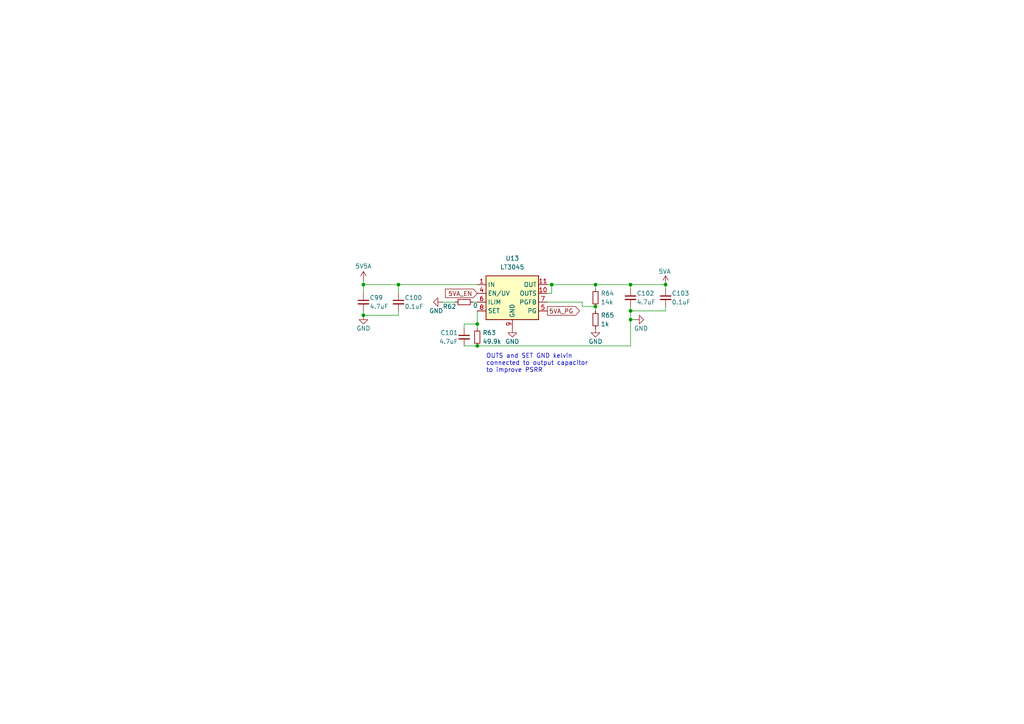
<source format=kicad_sch>
(kicad_sch (version 20250114) (generator "eeschema") (generator_version "9.0")
  (paper "A4")
  (lib_symbols
    (symbol "Device:C_Small" (pin_numbers (hide yes)) (pin_names (offset 0.254) (hide yes))
      (property "Reference" "C" (at 0.254 1.778 0))
      (property "Value" "C_Small" (at 0.254 -2.032 0))
      (symbol "C_Small_0_1"
        (polyline (pts (xy -1.524 0.508) (xy 1.524 0.508)) (stroke (width 0.3048)))
        (polyline (pts (xy -1.524 -0.508) (xy 1.524 -0.508)) (stroke (width 0.3302)))
      )
      (symbol "C_Small_1_1"
        (pin passive line (at 0 2.54 270) (length 2.032) (name "~") (number "1"))
        (pin passive line (at 0 -2.54 90) (length 2.032) (name "~") (number "2"))
      )
    )
    (symbol "Device:R_Small" (pin_numbers (hide yes)) (pin_names (offset 0.254) (hide yes))
      (property "Reference" "R" (at 0.762 0.508 0))
      (property "Value" "R_Small" (at 0.762 -1.016 0))
      (symbol "R_Small_0_1"
        (rectangle (start -0.762 1.778) (end 0.762 -1.778) (stroke (width 0.2032)))
      )
      (symbol "R_Small_1_1"
        (pin passive line (at 0 2.54 270) (length 0.762) (name "~") (number "1"))
        (pin passive line (at 0 -2.54 90) (length 0.762) (name "~") (number "2"))
      )
    )
    (symbol "Regulator_Linear:LT3045xMSE"
      (property "Reference" "U" (at -6.35 6.35 0))
      (property "Value" "LT3045xMSE" (at 1.27 6.35 0))
      (symbol "LT3045xMSE_0_1"
        (rectangle (start -7.62 5.08) (end 7.62 -7.62) (stroke (width 0.254)) (fill (type background)))
      )
      (symbol "LT3045xMSE_1_1"
        (pin power_in line (at -10.16 2.54 0) (length 2.54) (name "IN") (number "1"))
        (pin passive line (at -10.16 2.54 0) (length 2.54) (hide yes) (name "IN") (number "2"))
        (pin passive line (at -10.16 2.54 0) (length 2.54) (hide yes) (name "IN") (number "3"))
        (pin input line (at -10.16 0 0) (length 2.54) (name "EN/UV") (number "4"))
        (pin passive line (at -10.16 -2.54 0) (length 2.54) (name "ILIM") (number "6"))
        (pin passive line (at -10.16 -5.08 0) (length 2.54) (name "SET") (number "8"))
        (pin passive line (at 0 -10.16 90) (length 2.54) (hide yes) (name "GND") (number "13"))
        (pin power_in line (at 0 -10.16 90) (length 2.54) (name "GND") (number "9"))
        (pin power_out line (at 10.16 2.54 180) (length 2.54) (name "OUT") (number "11"))
        (pin passive line (at 10.16 2.54 180) (length 2.54) (hide yes) (name "OUT") (number "12"))
        (pin input line (at 10.16 0 180) (length 2.54) (name "OUTS") (number "10"))
        (pin input line (at 10.16 -2.54 180) (length 2.54) (name "PGFB") (number "7"))
        (pin open_collector line (at 10.16 -5.08 180) (length 2.54) (name "PG") (number "5"))
      )
    )
    (symbol "power:+12V" (power) (pin_numbers (hide yes)) (pin_names (offset 0) (hide yes))
      (property "Value" "+12V" (at 0 3.556 0))
      (symbol "+12V_0_1"
        (polyline (pts (xy -0.762 1.27) (xy 0 2.54)))
        (polyline (pts (xy 0 2.54) (xy 0.762 1.27)))
        (polyline (pts (xy 0 0) (xy 0 2.54)))
      )
      (symbol "+12V_1_1"
        (pin power_in line (at 0 0 90) (length 0) (name "~") (number "1"))
      )
    )
    (symbol "power:GND" (power) (pin_numbers (hide yes)) (pin_names (offset 0) (hide yes))
      (property "Value" "GND" (at 0 -3.81 0))
      (symbol "GND_0_1"
        (polyline (pts (xy 0 0) (xy 0 -1.27) (xy 1.27 -1.27) (xy 0 -2.54) (xy -1.27 -1.27) (xy 0 -1.27)))
      )
      (symbol "GND_1_1"
        (pin power_in line (at 0 0 270) (length 0) (name "~") (number "1"))
      )
    )
  )
  (text "OUTS and SET GND kelvin \nconnected to output capacitor\nto improve PSRR" (at 140.97 105.41 0) (effects (font (size 1.27 1.27)) (justify left)))
  (junction (at 182.88 82.55))
  (junction (at 182.88 90.17))
  (junction (at 105.41 91.44))
  (junction (at 172.72 82.55))
  (junction (at 138.43 93.98))
  (junction (at 115.57 82.55))
  (junction (at 160.02 82.55))
  (junction (at 172.72 88.9))
  (junction (at 182.88 92.71))
  (junction (at 105.41 82.55))
  (junction (at 138.43 100.33))
  (junction (at 193.04 82.55))
  (wire (pts (xy 115.57 85.09) (xy 115.57 82.55)))
  (wire (pts (xy 182.88 88.9) (xy 182.88 90.17)))
  (wire (pts (xy 132.08 87.63) (xy 128.27 87.63)))
  (wire (pts (xy 168.91 88.9) (xy 172.72 88.9)))
  (wire (pts (xy 137.16 87.63) (xy 138.43 87.63)))
  (wire (pts (xy 168.91 87.63) (xy 168.91 88.9)))
  (wire (pts (xy 160.02 85.09) (xy 160.02 82.55)))
  (wire (pts (xy 193.04 82.55) (xy 193.04 83.82)))
  (wire (pts (xy 105.41 91.44) (xy 115.57 91.44)))
  (wire (pts (xy 138.43 100.33) (xy 182.88 100.33)))
  (wire (pts (xy 182.88 83.82) (xy 182.88 82.55)))
  (wire (pts (xy 172.72 90.17) (xy 172.72 88.9)))
  (wire (pts (xy 182.88 100.33) (xy 182.88 92.71)))
  (wire (pts (xy 115.57 82.55) (xy 138.43 82.55)))
  (wire (pts (xy 172.72 82.55) (xy 182.88 82.55)))
  (wire (pts (xy 134.62 93.98) (xy 138.43 93.98)))
  (wire (pts (xy 182.88 92.71) (xy 184.15 92.71)))
  (wire (pts (xy 160.02 82.55) (xy 172.72 82.55)))
  (wire (pts (xy 105.41 82.55) (xy 115.57 82.55)))
  (wire (pts (xy 105.41 82.55) (xy 105.41 85.09)))
  (wire (pts (xy 193.04 90.17) (xy 182.88 90.17)))
  (wire (pts (xy 182.88 90.17) (xy 182.88 92.71)))
  (wire (pts (xy 158.75 87.63) (xy 168.91 87.63)))
  (wire (pts (xy 134.62 95.25) (xy 134.62 93.98)))
  (wire (pts (xy 158.75 82.55) (xy 160.02 82.55)))
  (wire (pts (xy 134.62 100.33) (xy 138.43 100.33)))
  (wire (pts (xy 193.04 88.9) (xy 193.04 90.17)))
  (wire (pts (xy 115.57 90.17) (xy 115.57 91.44)))
  (wire (pts (xy 158.75 85.09) (xy 160.02 85.09)))
  (wire (pts (xy 182.88 82.55) (xy 193.04 82.55)))
  (wire (pts (xy 138.43 90.17) (xy 138.43 93.98)))
  (wire (pts (xy 172.72 83.82) (xy 172.72 82.55)))
  (wire (pts (xy 105.41 82.55) (xy 105.41 81.28)))
  (wire (pts (xy 105.41 91.44) (xy 105.41 90.17)))
  (wire (pts (xy 138.43 93.98) (xy 138.43 95.25)))
  (global_label "5VA_EN" (shape input) (at 138.43 85.09 180) (property "Intersheetrefs" "${INTERSHEET_REFS}" (effects (hide yes))))
  (global_label "5VA_PG" (shape output) (at 158.75 90.17 0) (property "Intersheetrefs" "${INTERSHEET_REFS}" (effects (hide yes))))
  (symbol (lib_id "power:GND") (at 128.27 87.63 270) (unit 1)
    (property "Reference" "#PWR0120" (effects (hide yes)))
    (property "Value" "GND" (at 126.492 90.17 90))
    (property "Description" "Power symbol creates a global label with name \"GND\" , ground" (effects (hide yes)))
  )
  (symbol (lib_id "Device:C_Small") (at 115.57 87.63 0) (unit 1)
    (property "Reference" "C100" (at 117.348 86.36 0) (effects (justify left)))
    (property "Value" "0.1uF" (at 117.348 88.9 0) (effects (justify left)))
    (property "Footprint" "Capacitor_SMD:C_0402_1005Metric" (effects (hide yes)))
    (property "Description" "0.1 µF ±10% 50V Ceramic Capacitor X7R 0402 (1005 Metric)" (effects (hide yes)))
    (property "M" "MURATA" (effects (hide yes)))
    (property "MPN" "GCM155R71H104KE02J" (effects (hide yes)))
  )
  (symbol (lib_id "Regulator_Linear:LT3045xMSE") (at 148.59 85.09 0) (unit 1)
    (property "Reference" "U13" (at 148.59 74.93 0))
    (property "Value" "LT3045" (at 148.59 77.47 0))
    (property "Footprint" "Package_SO:MSOP-12-1EP_3x4.039mm_P0.65mm_EP1.651x2.845mm" (effects (hide yes)))
    (property "Datasheet" "https://www.analog.com/media/en/technical-documentation/data-sheets/3045fa.pdf" (effects (hide yes)))
    (property "Description" "500mA, Adjustable, Ultralow Noise, Ultrahigh PSRR Linear Regulator, MSOP-12" (effects (hide yes)))
    (property "M" "ANALOG" (effects (hide yes)))
    (property "MPN" "LT3045EMSE#TRPBF" (effects (hide yes)))
  )
  (symbol (lib_id "power:+12V") (at 193.04 82.55 0) (unit 1)
    (property "Reference" "#PWR0124" (effects (hide yes)))
    (property "Value" "5VA" (at 192.786 78.74 0))
    (property "Description" "Power symbol creates a global label with name \"+12V\"" (effects (hide yes)))
  )
  (symbol (lib_id "Device:R_Small") (at 172.72 92.71 0) (mirror y) (unit 1)
    (property "Reference" "R65" (at 174.244 91.44 0) (effects (justify right)))
    (property "Value" "1k" (at 174.244 93.98 0) (effects (justify right)))
    (property "Footprint" "Resistor_SMD:R_0603_1608Metric" (effects (hide yes)))
    (property "Description" "1 kOhms ±1% 0.1W, 1/10W Chip Resistor 0603 (1608 Metric) Automotive AEC-Q200 Thick Film" (effects (hide yes)))
    (property "M" "VISHAY" (effects (hide yes)))
    (property "MPN" "CRCW06031K00FKEA" (effects (hide yes)))
  )
  (symbol (lib_id "Device:R_Small") (at 138.43 97.79 0) (mirror y) (unit 1)
    (property "Reference" "R63" (at 139.954 96.52 0) (effects (justify right)))
    (property "Value" "49.9k" (at 139.954 99.06 0) (effects (justify right)))
    (property "Footprint" "Resistor_SMD:R_0603_1608Metric" (effects (hide yes)))
    (property "Description" "49.9 kOhms ±0.1% 0.21W Chip Resistor 0603 (1608 Metric) Anti-Sulfur, Automotive AEC-Q200, Moisture Resistant Thin Film" (effects (hide yes)))
    (property "M" "VISHAY" (effects (hide yes)))
    (property "MPN" "TNPW060349K9BEEA" (effects (hide yes)))
  )
  (symbol (lib_id "Device:C_Small") (at 134.62 97.79 0) (mirror y) (unit 1)
    (property "Reference" "C101" (at 132.842 96.52 0) (effects (justify left)))
    (property "Value" "4.7uF" (at 132.842 99.06 0) (effects (justify left)))
    (property "Footprint" "Capacitor_SMD:C_1206_3216Metric" (effects (hide yes)))
    (property "Description" "4.7 µF ±10% 100V Ceramic Capacitor X7R 1206 (3216 Metric)" (effects (hide yes)))
    (property "M" "MURATA" (effects (hide yes)))
    (property "MPN" "GRM31CZ72A475KE11L" (effects (hide yes)))
  )
  (symbol (lib_id "Device:C_Small") (at 105.41 87.63 0) (unit 1)
    (property "Reference" "C99" (at 107.188 86.36 0) (effects (justify left)))
    (property "Value" "4.7uF" (at 107.188 88.9 0) (effects (justify left)))
    (property "Footprint" "Capacitor_SMD:C_1206_3216Metric" (effects (hide yes)))
    (property "Description" "4.7 µF ±10% 100V Ceramic Capacitor X7R 1206 (3216 Metric)" (effects (hide yes)))
    (property "M" "MURATA" (effects (hide yes)))
    (property "MPN" "GRM31CZ72A475KE11L" (effects (hide yes)))
  )
  (symbol (lib_id "power:GND") (at 172.72 95.25 0) (unit 1)
    (property "Reference" "#PWR0122" (effects (hide yes)))
    (property "Value" "GND" (at 172.72 99.06 0))
    (property "Description" "Power symbol creates a global label with name \"GND\" , ground" (effects (hide yes)))
  )
  (symbol (lib_id "power:+12V") (at 105.41 81.28 0) (unit 1)
    (property "Reference" "#PWR0118" (effects (hide yes)))
    (property "Value" "5V5A" (at 105.41 77.216 0))
    (property "Description" "Power symbol creates a global label with name \"+12V\"" (effects (hide yes)))
  )
  (symbol (lib_id "Device:C_Small") (at 182.88 86.36 0) (unit 1)
    (property "Reference" "C102" (at 184.658 85.09 0) (effects (justify left)))
    (property "Value" "4.7uF" (at 184.658 87.63 0) (effects (justify left)))
    (property "Footprint" "Capacitor_SMD:C_1206_3216Metric" (effects (hide yes)))
    (property "Description" "4.7 µF ±10% 100V Ceramic Capacitor X7R 1206 (3216 Metric)" (effects (hide yes)))
    (property "M" "MURATA" (effects (hide yes)))
    (property "MPN" "GRM31CZ72A475KE11L" (effects (hide yes)))
  )
  (symbol (lib_id "power:GND") (at 184.15 92.71 90) (mirror x) (unit 1)
    (property "Reference" "#PWR0123" (effects (hide yes)))
    (property "Value" "GND" (at 185.928 95.25 90))
    (property "Description" "Power symbol creates a global label with name \"GND\" , ground" (effects (hide yes)))
  )
  (symbol (lib_id "power:GND") (at 148.59 95.25 0) (unit 1)
    (property "Reference" "#PWR0121" (effects (hide yes)))
    (property "Value" "GND" (at 148.59 99.06 0))
    (property "Description" "Power symbol creates a global label with name \"GND\" , ground" (effects (hide yes)))
  )
  (symbol (lib_id "Device:R_Small") (at 134.62 87.63 90) (mirror x) (unit 1)
    (property "Reference" "R62" (at 132.334 88.9 90) (effects (justify left)))
    (property "Value" "0" (at 137.16 88.646 90) (effects (justify right)))
    (property "Footprint" "Resistor_SMD:R_0603_1608Metric" (effects (hide yes)))
    (property "Description" "0 Ohms Jumper Chip Resistor 0603 (1608 Metric) Automotive AEC-Q200 Thick Film" (effects (hide yes)))
    (property "M" "VISHAY" (effects (hide yes)))
    (property "MPN" "CRCW06030000Z0EA" (effects (hide yes)))
  )
  (symbol (lib_id "Device:R_Small") (at 172.72 86.36 0) (mirror y) (unit 1)
    (property "Reference" "R64" (at 174.244 85.09 0) (effects (justify right)))
    (property "Value" "14k" (at 174.244 87.63 0) (effects (justify right)))
    (property "Footprint" "Resistor_SMD:R_0603_1608Metric" (effects (hide yes)))
    (property "Description" "14 kOhms ±1% 0.1W, 1/10W Chip Resistor 0603 (1608 Metric) Automotive AEC-Q200 Thick Film" (effects (hide yes)))
    (property "M" "VISHAY" (effects (hide yes)))
    (property "MPN" "CRCW060314K0FKEA" (effects (hide yes)))
  )
  (symbol (lib_id "power:GND") (at 105.41 91.44 0) (unit 1)
    (property "Reference" "#PWR0119" (effects (hide yes)))
    (property "Value" "GND" (at 105.41 95.25 0))
    (property "Description" "Power symbol creates a global label with name \"GND\" , ground" (effects (hide yes)))
  )
  (symbol (lib_id "Device:C_Small") (at 193.04 86.36 0) (unit 1)
    (property "Reference" "C103" (at 194.818 85.09 0) (effects (justify left)))
    (property "Value" "0.1uF" (at 194.818 87.63 0) (effects (justify left)))
    (property "Footprint" "Capacitor_SMD:C_0402_1005Metric" (effects (hide yes)))
    (property "Description" "0.1 µF ±10% 50V Ceramic Capacitor X7R 0402 (1005 Metric)" (effects (hide yes)))
    (property "M" "MURATA" (effects (hide yes)))
    (property "MPN" "GCM155R71H104KE02J" (effects (hide yes)))
  )
)
</source>
